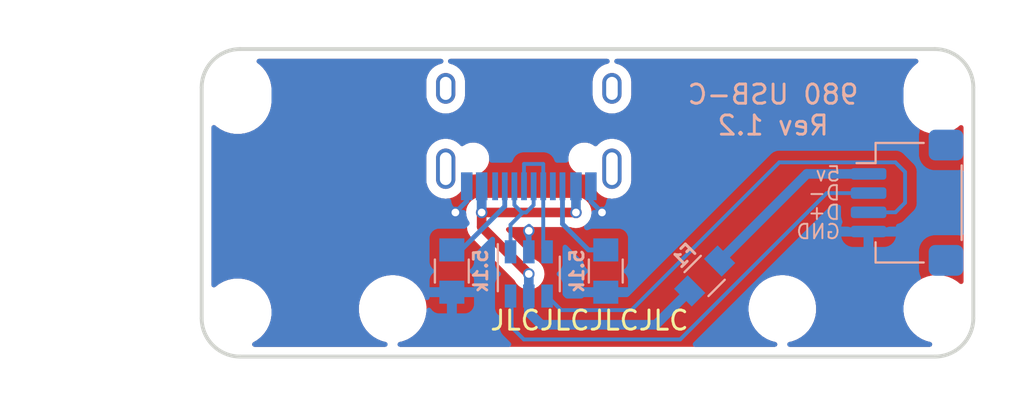
<source format=kicad_pcb>
(kicad_pcb (version 20211014) (generator pcbnew)
  (layers (0 "F.Cu" signal) (31 "B.Cu" signal) (34 "B.Paste" user) (35 "F.Paste" user) (36 "B.SilkS" user "B.Silkscreen") (37 "F.SilkS" user "F.Silkscreen") (38 "B.Mask" user) (39 "F.Mask" user) (44 "Edge.Cuts" user))
  (net 0 "")
  (net 1 "GND")
  (net 2 "D-")
  (net 3 "D+")
  (net 4 "Net-(J1-Pad4)")
  (net 5 "Net-(J1-Pad10)")
  (net 6 "VBUS")
  (net 8 "Net-(J1-Pad5)")
  (net 9 "Net-(J1-Pad6)")
  (net 11 "Earth")
  (footprint "" (layer "F.Cu") (at 136.255 14.205)
    (fp_text reference "" (at 0 0) (layer "F.SilkS") (effects (font (size 1.27 1.27))))
    (fp_text value "" (at 0 0) (layer "F.SilkS") (effects (font (size 1.27 1.27))))
    (pad "" np_thru_hole circle (at -1.555 -0.189521) (size 2.5 2.5) (drill 2.5) (layers F&B.Cu *.Mask))
  )
  (footprint "" (layer "F.Cu") (at 94.555 1.535)
    (fp_text reference "" (at 0 0) (layer "F.SilkS") (effects (font (size 1.27 1.27))))
    (fp_text value "" (at 0 0) (layer "F.SilkS") (effects (font (size 1.27 1.27))))
    (pad "" np_thru_hole oval (at 11.845 1.370479) (size 2.5 3) (drill oval 2.5 3) (layers F&B.Cu *.Mask))
  )
  (footprint "" (layer "F.Cu") (at 147.015 3.065)
    (fp_text reference "" (at 0 0) (layer "F.SilkS") (effects (font (size 1.27 1.27))))
    (fp_text value "" (at 0 0) (layer "F.SilkS") (effects (font (size 1.27 1.27))))
    (pad "" np_thru_hole oval (at -4.265 -0.159521) (size 2.5 3) (drill oval 2.5 3) (layers F&B.Cu *.Mask))
  )
  (footprint "" (layer "F.Cu") (at 94.295 7.445633)
    (fp_text reference "" (at 0 0) (layer "F.SilkS") (effects (font (size 1.27 1.27))))
    (fp_text value "" (at 0 0) (layer "F.SilkS") (effects (font (size 1.27 1.27))))
    (pad "" np_thru_hole circle (at 12.105 6.744367) (size 2.5 2.5) (drill 2.5) (layers F&B.Cu *.Mask))
  )
  (footprint "footprints:MegaMan7" (layer "F.Cu") (at 109.650838 8.415023)
    (fp_text reference "G***" hide)
    (fp_text value "LOGO" hide)
  )
  (footprint "" (layer "F.Cu") (at 112.225 13.965)
    (fp_text reference "" (at 0 0) (layer "F.SilkS") (effects (font (size 1.27 1.27))))
    (fp_text value "" (at 0 0) (layer "F.SilkS") (effects (font (size 1.27 1.27))))
    (pad "" np_thru_hole circle (at 2.225 0.050479) (size 2.5 2.5) (drill 2.5) (layers F&B.Cu *.Mask))
  )
  (footprint "" (layer "F.Cu") (at 130.75 14.19)
    (fp_text reference "" (at 0 0) (layer "F.SilkS") (effects (font (size 1.27 1.27))))
    (fp_text value "" (at 0 0) (layer "F.SilkS") (effects (font (size 1.27 1.27))))
    (pad "" np_thru_hole circle (at 12 -0.174521) (size 2.5 2.5) (drill 2.5) (layers F&B.Cu *.Mask))
  )
  (footprint "Keeb_components:HRO-TYPE-C-31-M-12" (layer "B.Cu") (at 121.525 -0.06)
    (fp_text reference "J1")
    (fp_text value "TYPE-C-31-M-12")
    (pad "" np_thru_hole circle locked (at -2.89 6.25) (size 0.65 0.65) (drill 0.65) (layers *.Cu *.Mask))
    (pad "" np_thru_hole circle locked (at 2.89 6.25) (size 0.65 0.65) (drill 0.65) (layers *.Cu *.Mask))
    (pad "1" smd rect locked (at -3.225 7.695) (size 0.6 1.45) (layers "B.Cu" "B.Paste" "B.Mask") (net 1 "GND"))
    (pad "2" smd rect locked (at -2.45 7.695) (size 0.6 1.45) (layers "B.Cu" "B.Paste" "B.Mask") (net 6 "VBUS"))
    (pad "3" smd rect locked (at -1.75 7.695) (size 0.3 1.45) (layers "B.Cu" "B.Paste" "B.Mask"))
    (pad "4" smd rect locked (at -1.25 7.695) (size 0.3 1.45) (layers "B.Cu" "B.Paste" "B.Mask") (net 4 "Net-(J1-Pad4)"))
    (pad "5" smd rect locked (at -0.75 7.695) (size 0.3 1.45) (layers "B.Cu" "B.Paste" "B.Mask") (net 8 "Net-(J1-Pad5)"))
    (pad "6" smd rect locked (at -0.25 7.695) (size 0.3 1.45) (layers "B.Cu" "B.Paste" "B.Mask") (net 9 "Net-(J1-Pad6)"))
    (pad "7" smd rect locked (at 0.25 7.695) (size 0.3 1.45) (layers "B.Cu" "B.Paste" "B.Mask") (net 8 "Net-(J1-Pad5)"))
    (pad "8" smd rect locked (at 0.75 7.695) (size 0.3 1.45) (layers "B.Cu" "B.Paste" "B.Mask") (net 9 "Net-(J1-Pad6)"))
    (pad "9" smd rect locked (at 1.25 7.695) (size 0.3 1.45) (layers "B.Cu" "B.Paste" "B.Mask"))
    (pad "10" smd rect locked (at 1.75 7.695) (size 0.3 1.45) (layers "B.Cu" "B.Paste" "B.Mask") (net 5 "Net-(J1-Pad10)"))
    (pad "11" smd rect locked (at 2.45 7.695) (size 0.6 1.45) (layers "B.Cu" "B.Paste" "B.Mask") (net 6 "VBUS"))
    (pad "12" smd rect locked (at 3.225 7.695) (size 0.6 1.45) (layers "B.Cu" "B.Paste" "B.Mask") (net 1 "GND"))
    (pad "13" thru_hole oval locked (at 4.32 6.78) (size 1 2.1) (drill oval 0.6 1.7) (layers *.Cu *.Mask) (net 11 "Earth"))
    (pad "13" thru_hole oval locked (at -4.32 6.78) (size 1 2.1) (drill oval 0.6 1.7) (layers *.Cu *.Mask) (net 11 "Earth"))
    (pad "13" thru_hole oval locked (at 4.32 2.6) (size 1 1.6) (drill oval 0.6 1.2) (layers *.Cu *.Mask) (net 11 "Earth"))
    (pad "13" thru_hole oval locked (at -4.32 2.6) (size 1 1.6) (drill oval 0.6 1.2) (layers *.Cu *.Mask) (net 11 "Earth"))
  )
  (footprint "Keeb_components:F_0805" (layer "B.Cu") (at 130.663 12.299 45)
    (fp_text reference "F1" (at 0 -1.5 45) (layer "B.SilkS") (effects (font (size 0.7 0.7)) (justify mirror)))
    (fp_text value "Polyfuse_Small" hide)
    (fp_line (start -0.6 0.88) (end 0.6 0.88) (layer "B.SilkS") (width 0.12))
    (fp_line (start 0.6 -0.88) (end -0.6 -0.88) (layer "B.SilkS") (width 0.12))
    (pad "1" smd rect locked (at -1.099999 0 45) (size 1 1.3) (layers "B.Cu" "B.Paste" "B.Mask") (net 6 "VBUS"))
    (pad "2" smd rect locked (at 1.099999 0 45) (size 1 1.3) (layers "B.Cu" "B.Paste" "B.Mask") (net 6 "VBUS"))
  )
  (footprint "Keeb_components:R_0805" (layer "B.Cu") (at 125.525 12.045 -90)
    (fp_text reference "R2" hide)
    (fp_text value "5.1k" (at 0 1.5 90) (layer "B.SilkS") (effects (font (size 0.7 0.7)) (justify mirror)))
    (fp_line (start 0.6 -0.88) (end -0.6 -0.88) (layer "B.SilkS") (width 0.12))
    (fp_line (start -0.6 0.88) (end 0.6 0.88) (layer "B.SilkS") (width 0.12))
    (pad "1" smd rect locked (at -1.1 0 270) (size 1.2 1.3) (layers "B.Cu" "B.Paste" "B.Mask") (net 5 "Net-(J1-Pad10)"))
    (pad "2" smd rect locked (at 1.1 0 270) (size 1.2 1.3) (layers "B.Cu" "B.Paste" "B.Mask") (net 1 "GND"))
  )
  (footprint "Keeb_components:USBLC6-2SC6" (layer "B.Cu") (at 121.525 12.195 90)
    (fp_text reference "U1" hide)
    (fp_text value "USBLC6-2SC6")
    (fp_line (start -0.9 -1.61) (end 1.55 -1.61) (layer "B.SilkS") (width 0.12))
    (fp_line (start 0.9 1.61) (end -0.9 1.61) (layer "B.SilkS") (width 0.12))
    (pad "1" smd rect (at 1.15 -0.95) (size 0.6 1.2) (layers "B.Cu" "B.Paste" "B.Mask") (net 8 "Net-(J1-Pad5)"))
    (pad "2" smd rect (at 1.15 0) (size 0.6 1.2) (layers "B.Cu" "B.Paste" "B.Mask") (net 1 "GND"))
    (pad "3" smd rect (at 1.15 0.95) (size 0.6 1.2) (layers "B.Cu" "B.Paste" "B.Mask") (net 9 "Net-(J1-Pad6)"))
    (pad "4" smd rect (at -1.15 0.95) (size 0.6 1.2) (layers "B.Cu" "B.Paste" "B.Mask") (net 3 "D+"))
    (pad "5" smd rect (at -1.15 0) (size 0.6 1.2) (layers "B.Cu" "B.Paste" "B.Mask") (net 6 "VBUS"))
    (pad "6" smd rect (at -1.15 -0.95) (size 0.6 1.2) (layers "B.Cu" "B.Paste" "B.Mask") (net 2 "D-"))
  )
  (footprint "Keeb_components:R_0805" (layer "B.Cu") (at 117.525 12.045 -90)
    (fp_text reference "R1" hide)
    (fp_text value "5.1k" (at 0 -1.5 90) (layer "B.SilkS") (effects (font (size 0.7 0.7)) (justify mirror)))
    (fp_line (start 0.6 -0.88) (end -0.6 -0.88) (layer "B.SilkS") (width 0.12))
    (fp_line (start -0.6 0.88) (end 0.6 0.88) (layer "B.SilkS") (width 0.12))
    (pad "1" smd rect locked (at -1.1 0 270) (size 1.2 1.3) (layers "B.Cu" "B.Paste" "B.Mask") (net 4 "Net-(J1-Pad4)"))
    (pad "2" smd rect locked (at 1.1 0 270) (size 1.2 1.3) (layers "B.Cu" "B.Paste" "B.Mask") (net 1 "GND"))
  )
  (footprint "footprints:MegaMan7" (layer "B.Cu") (at 109.650838 8.39588 180)
    (fp_text reference "G***" hide)
    (fp_text value "LOGO" hide)
  )
  (footprint "Keeb_components:JST_SH_SM04B-SRSS-TB_1x04-1MP_P1.00mm_Horizontal" (layer "B.Cu") (at 141.331 8.489 -90)
    (fp_text reference "J2" hide)
    (fp_text value "ai03_ud" hide)
    (fp_line (start -2.06 1.785) (end -2.06 2.775) (layer "B.SilkS") (width 0.12))
    (fp_line (start 3.11 1.785) (end 2.06 1.785) (layer "B.SilkS") (width 0.12))
    (fp_line (start -3.11 1.785) (end -2.06 1.785) (layer "B.SilkS") (width 0.12))
    (fp_line (start -1.94 -2.685) (end 1.94 -2.685) (layer "B.SilkS") (width 0.12))
    (fp_line (start -3.11 -0.715) (end -3.11 1.785) (layer "B.SilkS") (width 0.12))
    (fp_line (start 3.11 -0.715) (end 3.11 1.785) (layer "B.SilkS") (width 0.12))
    (pad "1" smd roundrect locked (at -1.5 2.15 270) (size 0.6 1.85) (layers "B.Cu" "B.Paste" "B.Mask") (net 6 "VBUS"))
    (pad "2" smd roundrect locked (at -0.5 2.15 270) (size 0.6 1.85) (layers "B.Cu" "B.Paste" "B.Mask") (net 2 "D-"))
    (pad "3" smd roundrect locked (at 0.5 2.15 270) (size 0.6 1.85) (layers "B.Cu" "B.Paste" "B.Mask") (net 3 "D+"))
    (pad "4" smd roundrect locked (at 1.5 2.15 270) (size 0.6 1.85) (layers "B.Cu" "B.Paste" "B.Mask") (net 1 "GND"))
    (pad "MP" smd roundrect locked (at -3 -1.875 270) (size 1.6 1.8) (layers "B.Cu" "B.Paste" "B.Mask") (roundrect_rratio 0.208))
    (pad "MP" smd roundrect locked (at 3 -1.875 270) (size 1.6 1.8) (layers "B.Cu" "B.Paste" "B.Mask") (roundrect_rratio 0.208))
  )
  (gr_arc (start 144.625 14.495) (mid 144.039214 15.909213) (end 142.625001 16.494999) (layer "Edge.Cuts") (width 0.2))
  (gr_arc (start 142.625 0.495) (mid 144.039213 1.080786) (end 144.624999 2.494999) (layer "Edge.Cuts") (width 0.2))
  (gr_arc (start 106.525 16.495) (mid 105.110787 15.909214) (end 104.525001 14.495001) (layer "Edge.Cuts") (width 0.2))
  (gr_arc (start 104.525 2.495) (mid 105.110786 1.080787) (end 106.524999 0.495001) (layer "Edge.Cuts") (width 0.2))
  (gr_line (start 144.625 14.495) (end 144.625 2.495) (layer "Edge.Cuts") (width 0.2))
  (gr_line (start 142.625 16.495) (end 106.525 16.495) (layer "Edge.Cuts") (width 0.2))
  (gr_line (start 106.525 0.495) (end 142.625 0.495) (layer "Edge.Cuts") (width 0.2))
  (gr_line (start 104.525 14.495) (end 104.525 2.495) (layer "Edge.Cuts") (width 0.2))
  (gr_text "D-" (at 137.775 7.981) (layer "B.SilkS") (effects (font (size 0.75 0.75) (thickness 0.1)) (justify left mirror)))
  (gr_text "D+" (at 137.775 8.995) (layer "B.SilkS") (effects (font (size 0.75 0.75) (thickness 0.1)) (justify left mirror)))
  (gr_text "980 USB-C\nRev 1.2" (at 134.219 3.663) (layer "B.SilkS") (effects (font (size 1 1)) (justify mirror)))
  (gr_text "GND" (at 137.775 9.995) (layer "B.SilkS") (effects (font (size 0.75 0.75) (thickness 0.1)) (justify left mirror)))
  (gr_text "5v" (at 137.775 6.995) (layer "B.SilkS") (effects (font (size 0.75 0.75) (thickness 0.1)) (justify left mirror)))
  (gr_text "JLCJLCJLCJLC" (at 124.675 14.615) (layer "F.SilkS") (effects (font (size 1 1))))
  (segment (start 121.525 9.945498) (end 124.380502 9.945498) (width 0.25) (layer "F.Cu") (net 1))
  (segment (start 124.380502 9.945498) (end 125.329 8.997) (width 0.25) (layer "F.Cu") (net 1))
  (via (at 121.525 9.945498) (size 0.6) (drill 0.4) (layers "F.Cu" "B.Cu") (net 1))
  (via (at 117.709 8.997) (size 0.6) (drill 0.4) (layers "F.Cu" "B.Cu") (net 1))
  (via (at 125.329 8.997) (size 0.6) (drill 0.4) (layers "F.Cu" "B.Cu") (net 1))
  (segment (start 118.3 7.635) (end 118.3 8.406) (width 0.25) (layer "B.Cu") (net 1))
  (segment (start 124.75 7.635) (end 124.75 8.418) (width 0.25) (layer "B.Cu") (net 1))
  (segment (start 124.75 8.418) (end 125.329 8.997) (width 0.25) (layer "B.Cu") (net 1))
  (segment (start 125.329 8.997) (end 125.476022 8.997) (width 0.25) (layer "B.Cu") (net 1))
  (segment (start 118.3 8.406) (end 117.709 8.997) (width 0.25) (layer "B.Cu") (net 1))
  (segment (start 121.525 9.945498) (end 121.525 11.045) (width 0.25) (layer "B.Cu") (net 1))
  (segment (start 129.393 15.601) (end 137.005 7.989) (width 0.2) (layer "B.Cu") (net 2))
  (segment (start 120.63 14.966) (end 121.265 15.601) (width 0.2) (layer "B.Cu") (net 2))
  (segment (start 120.575 13.345) (end 120.63 13.4) (width 0.2) (layer "B.Cu") (net 2))
  (segment (start 137.005 7.989) (end 139.181 7.989) (width 0.2) (layer "B.Cu") (net 2))
  (segment (start 121.265 15.601) (end 129.393 15.601) (width 0.2) (layer "B.Cu") (net 2))
  (segment (start 120.63 13.4) (end 120.63 14.966) (width 0.2) (layer "B.Cu") (net 2))
  (segment (start 140.577 8.989) (end 139.181 8.989) (width 0.2) (layer "B.Cu") (net 3))
  (segment (start 122.475 13.345) (end 123.207 14.077) (width 0.2) (layer "B.Cu") (net 3))
  (segment (start 134.54052 6.38948) (end 140.575839 6.38948) (width 0.2) (layer "B.Cu") (net 3))
  (segment (start 141.077 8.489) (end 140.577 8.989) (width 0.2) (layer "B.Cu") (net 3))
  (segment (start 126.853 14.077) (end 134.54052 6.38948) (width 0.2) (layer "B.Cu") (net 3))
  (segment (start 123.207 14.077) (end 126.853 14.077) (width 0.2) (layer "B.Cu") (net 3))
  (segment (start 141.077 6.890641) (end 141.077 8.489) (width 0.2) (layer "B.Cu") (net 3))
  (segment (start 140.575839 6.38948) (end 141.077 6.890641) (width 0.2) (layer "B.Cu") (net 3))
  (segment (start 120.275 8.680193) (end 118.010193 10.945) (width 0.25) (layer "B.Cu") (net 4))
  (segment (start 120.275 7.635) (end 120.275 8.680193) (width 0.25) (layer "B.Cu") (net 4))
  (segment (start 118.010193 10.945) (end 117.525 10.945) (width 0.25) (layer "B.Cu") (net 4))
  (segment (start 123.275 7.635) (end 123.275 9.595) (width 0.25) (layer "B.Cu") (net 5))
  (segment (start 123.275 9.595) (end 124.625 10.945) (width 0.25) (layer "B.Cu") (net 5))
  (segment (start 124.625 10.945) (end 125.525 10.945) (width 0.25) (layer "B.Cu") (net 5))
  (segment (start 119.075 9.745) (end 121.525 12.195) (width 0.5) (layer "F.Cu") (net 6))
  (segment (start 119.075 8.997) (end 119.075 9.745) (width 0.5) (layer "F.Cu") (net 6))
  (segment (start 123.975 8.997) (end 119.075 8.997) (width 0.5) (layer "F.Cu") (net 6))
  (via (at 121.525 12.195) (size 0.6) (drill 0.4) (layers "F.Cu" "B.Cu") (net 6))
  (via (at 119.075 8.997) (size 0.6) (drill 0.4) (layers "F.Cu" "B.Cu") (net 6))
  (via (at 123.975 8.997) (size 0.6) (drill 0.4) (layers "F.Cu" "B.Cu") (net 6))
  (segment (start 135.973 6.989) (end 139.181 6.989) (width 0.5) (layer "B.Cu") (net 6))
  (segment (start 128.123 14.839) (end 129.885183 13.076817) (width 0.5) (layer "B.Cu") (net 6))
  (segment (start 128.123 14.839) (end 122.169978 14.839) (width 0.5) (layer "B.Cu") (net 6))
  (segment (start 121.525 14.194022) (end 121.525 13.345) (width 0.5) (layer "B.Cu") (net 6))
  (segment (start 119.075 7.635) (end 119.075 8.997) (width 0.508) (layer "B.Cu") (net 6))
  (segment (start 123.975 7.635) (end 123.975 8.997) (width 0.5) (layer "B.Cu") (net 6))
  (segment (start 131.440817 11.521183) (end 135.973 6.989) (width 0.5) (layer "B.Cu") (net 6))
  (segment (start 121.525 12.195) (end 121.525 13.345) (width 0.5) (layer "B.Cu") (net 6))
  (segment (start 122.169978 14.839) (end 121.525 14.194022) (width 0.5) (layer "B.Cu") (net 6))
  (segment (start 121.162978 9.048011) (end 120.575 9.635989) (width 0.2) (layer "B.Cu") (net 8))
  (segment (start 120.775 8.609022) (end 121.162978 8.997) (width 0.2) (layer "B.Cu") (net 8))
  (segment (start 121.162978 8.997) (end 121.387022 8.997) (width 0.2) (layer "B.Cu") (net 8))
  (segment (start 120.575 9.635989) (end 120.575 11.045) (width 0.2) (layer "B.Cu") (net 8))
  (segment (start 120.775 7.635) (end 120.775 8.609022) (width 0.2) (layer "B.Cu") (net 8))
  (segment (start 121.775 8.609022) (end 121.775 7.635) (width 0.2) (layer "B.Cu") (net 8))
  (segment (start 121.162978 8.997) (end 121.162978 9.048011) (width 0.2) (layer "B.Cu") (net 8))
  (segment (start 121.387022 8.997) (end 121.775 8.609022) (width 0.2) (layer "B.Cu") (net 8))
  (segment (start 122.275 7.635) (end 122.275 10.845) (width 0.2) (layer "B.Cu") (net 9))
  (segment (start 122.275 6.473) (end 121.275 6.473) (width 0.2) (layer "B.Cu") (net 9))
  (segment (start 122.275 10.845) (end 122.475 11.045) (width 0.2) (layer "B.Cu") (net 9))
  (segment (start 122.275 7.635) (end 122.275 6.473) (width 0.2) (layer "B.Cu") (net 9))
  (segment (start 121.275 6.473) (end 121.275 7.635) (width 0.2) (layer "B.Cu") (net 9))
  (zone (net 1) (net_name "GND") (layers F&B.Cu) (connect_pads (clearance 0.508)) (min_thickness 0.254) (fill yes (thermal_gap 0.508) (thermal_bridge_width 0.508))
    (polygon (pts (xy 146.538 18.649) (xy 101.453 18.649) (xy 101.453 -1.671) (xy 146.538 -1.798)))
  )
  (zone (net 1) (net_name "GND") (layer "B.Cu") (connect_pads (clearance 0.508)) (min_thickness 0.254) (fill yes (thermal_gap 0.508) (thermal_bridge_width 0.508))
    (polygon (pts (xy 146.03 18.522) (xy 101.707 18.395) (xy 101.707 -1.417) (xy 146.238188 -1.290944)))
  )
)
</source>
